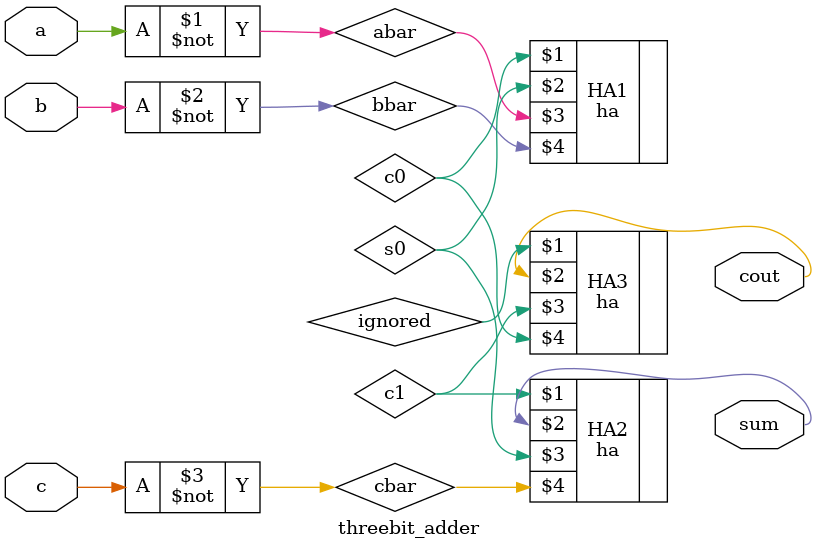
<source format=v>
module threebit_adder (cout,sum,a,b,c);
input a,b,c;
output cout,sum;
wire abar,bbar,cbar;
not G1 (abar,a);
not G2 (bbar,b);
not G3 (cbar,c);
ha HA1(c0,s0,abar,bbar);
ha HA2(c1,sum,s0,cbar);
ha HA3(ignored,cout,c1,c0);

endmodule

</source>
